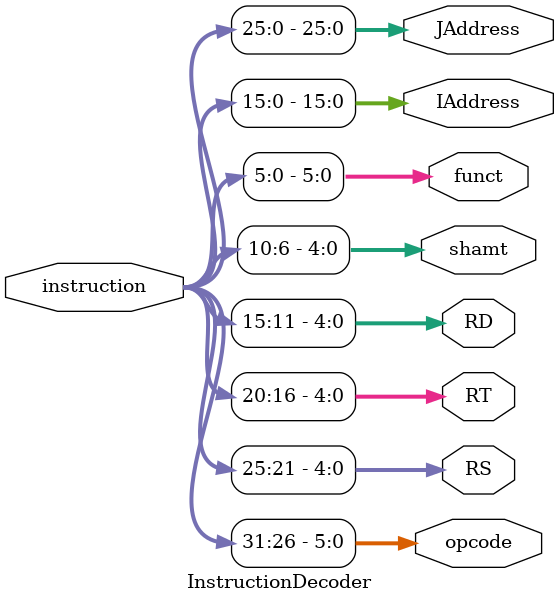
<source format=v>
module InstructionDecoder(
			  input [31:0] instruction,
			  output [5:0] opcode,
			  output [4:0] RS,
			  output [4:0] RT,
			  output [4:0] RD,
			  output [4:0] shamt,
			  output [5:0] funct,
			  output [15:0] IAddress,
			  output [25:0] JAddress
			  );
   
   assign opcode   = instruction[31:26];
   assign RS       = instruction[25:21];
   assign RT       = instruction[20:16];
   assign RD       = instruction[15:11];
   assign shamt    = instruction[10:6];
   assign funct    = instruction[5:0];
   assign IAddress = instruction[15:0];
   assign JAddress = instruction[25:0];

endmodule

</source>
